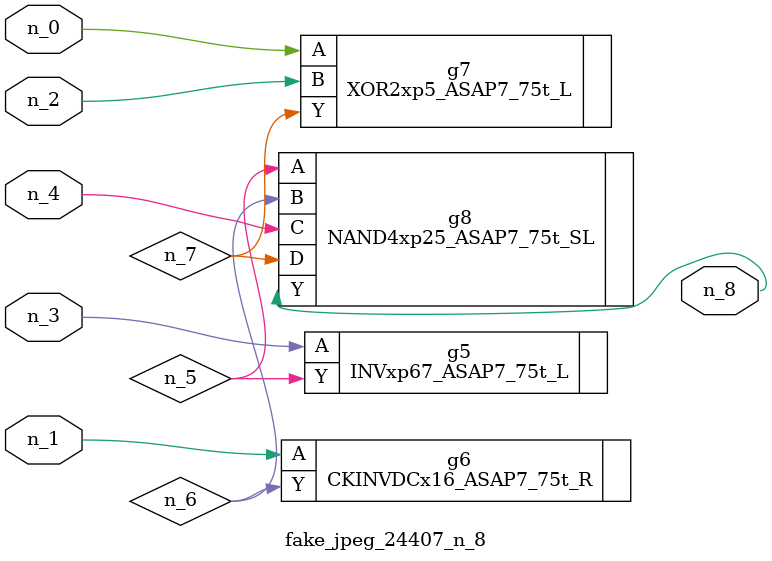
<source format=v>
module fake_jpeg_24407_n_8 (n_3, n_2, n_1, n_0, n_4, n_8);

input n_3;
input n_2;
input n_1;
input n_0;
input n_4;

output n_8;

wire n_6;
wire n_5;
wire n_7;

INVxp67_ASAP7_75t_L g5 ( 
.A(n_3),
.Y(n_5)
);

CKINVDCx16_ASAP7_75t_R g6 ( 
.A(n_1),
.Y(n_6)
);

XOR2xp5_ASAP7_75t_L g7 ( 
.A(n_0),
.B(n_2),
.Y(n_7)
);

NAND4xp25_ASAP7_75t_SL g8 ( 
.A(n_5),
.B(n_6),
.C(n_4),
.D(n_7),
.Y(n_8)
);


endmodule
</source>
